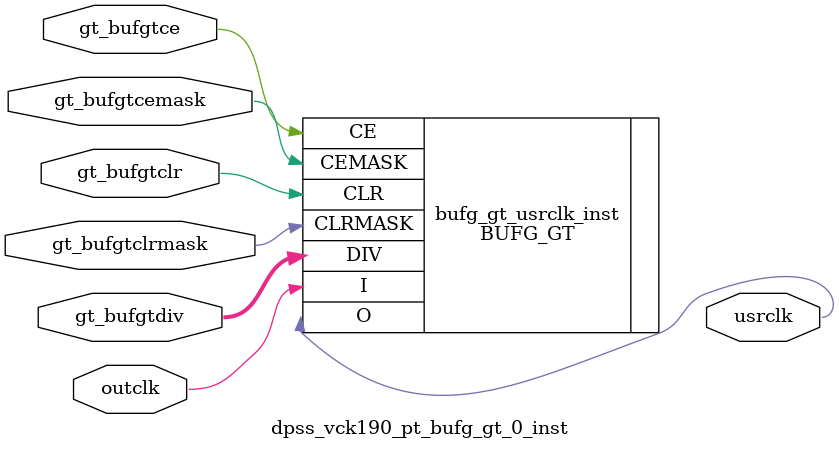
<source format=v>




`timescale 1ns / 1ps



module dpss_vck190_pt_bufg_gt_0_inst  (
    input outclk,
    input gt_bufgtce,
    input gt_bufgtcemask,
    input gt_bufgtclr,
    input gt_bufgtclrmask,
    input [2:0] gt_bufgtdiv,
    output usrclk
    );
     
      wire sync_ce;
      wire sync_clr;

      //BUFG_GT_SYNC sync_clr_ce (.CESYNC(sync_ce), .CLRSYNC(sync_clr), .CE(gt_bufgtce), .CLK(outclk), .CLR(gt_bufgtclr));
    //assign usrclk = outclk;
      BUFG_GT #(
        .SIM_DEVICE ("VERSAL_AI_CORE")
      ) bufg_gt_usrclk_inst (
        .CE      (gt_bufgtce),
        .CEMASK  (gt_bufgtcemask),
        .CLR     (gt_bufgtclr),
        .CLRMASK (gt_bufgtclrmask),
        .DIV     (gt_bufgtdiv),
        .I       (outclk),
        .O       (usrclk)
      );
endmodule
//------}

</source>
